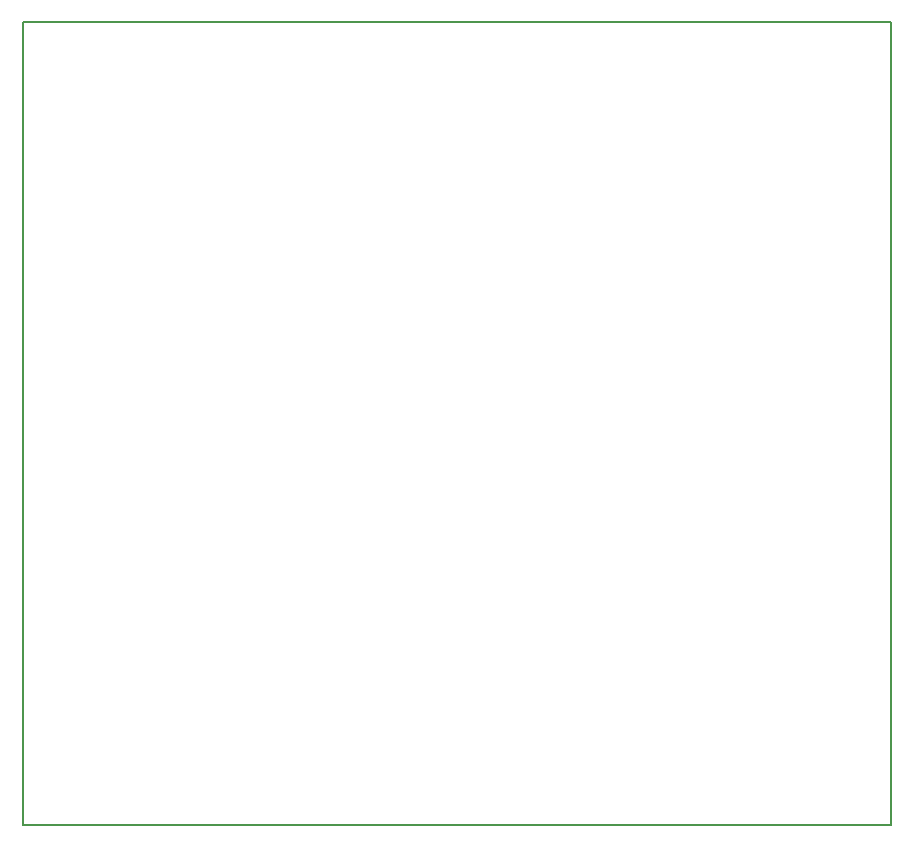
<source format=gbr>
%TF.GenerationSoftware,KiCad,Pcbnew,8.0.4*%
%TF.CreationDate,2025-01-12T23:29:23+07:00*%
%TF.ProjectId,lcd-square-4inch,6c63642d-7371-4756-9172-652d34696e63,rev?*%
%TF.SameCoordinates,Original*%
%TF.FileFunction,Profile,NP*%
%FSLAX46Y46*%
G04 Gerber Fmt 4.6, Leading zero omitted, Abs format (unit mm)*
G04 Created by KiCad (PCBNEW 8.0.4) date 2025-01-12 23:29:23*
%MOMM*%
%LPD*%
G01*
G04 APERTURE LIST*
%TA.AperFunction,Profile*%
%ADD10C,0.200000*%
%TD*%
G04 APERTURE END LIST*
D10*
X180307200Y-58890000D02*
X181307200Y-58890000D01*
X181307200Y-59890000D02*
X181307200Y-58890000D01*
X107807200Y-125890000D02*
X107807200Y-126890000D01*
X180307200Y-126890000D02*
X108807200Y-126890000D01*
X181307200Y-125890000D02*
X181307200Y-126890000D01*
X108807200Y-58890000D02*
X107807200Y-58890000D01*
X180307200Y-58890000D02*
X108807200Y-58890000D01*
X107807200Y-59890000D02*
X107807200Y-125890000D01*
X107807200Y-59890000D02*
X107807200Y-58890000D01*
X108807200Y-126890000D02*
X107807200Y-126890000D01*
X181307200Y-59890000D02*
X181307200Y-125890000D01*
X180307200Y-126890000D02*
X181307200Y-126890000D01*
M02*

</source>
